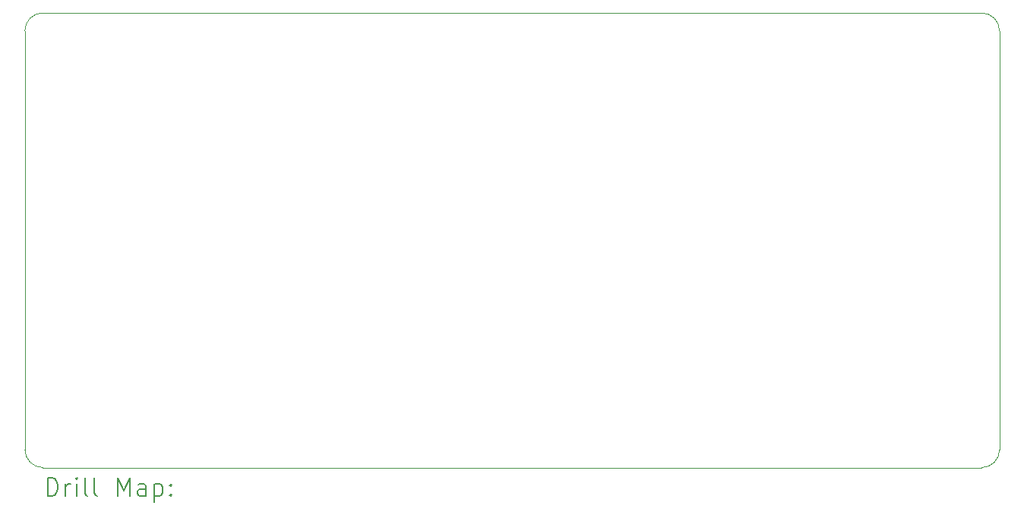
<source format=gbr>
%TF.GenerationSoftware,KiCad,Pcbnew,(6.0.11)*%
%TF.CreationDate,2024-01-03T20:32:55+00:00*%
%TF.ProjectId,LeWiFiModemCase,4c655769-4669-44d6-9f64-656d43617365,rev?*%
%TF.SameCoordinates,Original*%
%TF.FileFunction,Drillmap*%
%TF.FilePolarity,Positive*%
%FSLAX45Y45*%
G04 Gerber Fmt 4.5, Leading zero omitted, Abs format (unit mm)*
G04 Created by KiCad (PCBNEW (6.0.11)) date 2024-01-03 20:32:55*
%MOMM*%
%LPD*%
G01*
G04 APERTURE LIST*
%ADD10C,0.100000*%
%ADD11C,0.200000*%
G04 APERTURE END LIST*
D10*
X9588750Y-10919500D02*
G75*
G03*
X9788750Y-11119500I200000J0D01*
G01*
X9787750Y-6051500D02*
G75*
G03*
X9587750Y-6251500I0J-200000D01*
G01*
X20450750Y-6251500D02*
X20451750Y-10919500D01*
X9588750Y-10919500D02*
X9587750Y-6251500D01*
X20251750Y-11119500D02*
G75*
G03*
X20451750Y-10919500I0J200000D01*
G01*
X9787750Y-6051500D02*
X20250750Y-6051500D01*
X20251750Y-11119500D02*
X9788750Y-11119500D01*
X20450750Y-6251500D02*
G75*
G03*
X20250750Y-6051500I-200000J0D01*
G01*
D11*
X9840369Y-11434976D02*
X9840369Y-11234976D01*
X9887988Y-11234976D01*
X9916560Y-11244500D01*
X9935607Y-11263548D01*
X9945131Y-11282595D01*
X9954655Y-11320690D01*
X9954655Y-11349262D01*
X9945131Y-11387357D01*
X9935607Y-11406405D01*
X9916560Y-11425452D01*
X9887988Y-11434976D01*
X9840369Y-11434976D01*
X10040369Y-11434976D02*
X10040369Y-11301643D01*
X10040369Y-11339738D02*
X10049893Y-11320690D01*
X10059417Y-11311167D01*
X10078464Y-11301643D01*
X10097512Y-11301643D01*
X10164179Y-11434976D02*
X10164179Y-11301643D01*
X10164179Y-11234976D02*
X10154655Y-11244500D01*
X10164179Y-11254024D01*
X10173702Y-11244500D01*
X10164179Y-11234976D01*
X10164179Y-11254024D01*
X10287988Y-11434976D02*
X10268940Y-11425452D01*
X10259417Y-11406405D01*
X10259417Y-11234976D01*
X10392750Y-11434976D02*
X10373702Y-11425452D01*
X10364179Y-11406405D01*
X10364179Y-11234976D01*
X10621321Y-11434976D02*
X10621321Y-11234976D01*
X10687988Y-11377833D01*
X10754655Y-11234976D01*
X10754655Y-11434976D01*
X10935607Y-11434976D02*
X10935607Y-11330214D01*
X10926083Y-11311167D01*
X10907036Y-11301643D01*
X10868940Y-11301643D01*
X10849893Y-11311167D01*
X10935607Y-11425452D02*
X10916560Y-11434976D01*
X10868940Y-11434976D01*
X10849893Y-11425452D01*
X10840369Y-11406405D01*
X10840369Y-11387357D01*
X10849893Y-11368309D01*
X10868940Y-11358786D01*
X10916560Y-11358786D01*
X10935607Y-11349262D01*
X11030845Y-11301643D02*
X11030845Y-11501643D01*
X11030845Y-11311167D02*
X11049893Y-11301643D01*
X11087988Y-11301643D01*
X11107036Y-11311167D01*
X11116560Y-11320690D01*
X11126083Y-11339738D01*
X11126083Y-11396881D01*
X11116560Y-11415928D01*
X11107036Y-11425452D01*
X11087988Y-11434976D01*
X11049893Y-11434976D01*
X11030845Y-11425452D01*
X11211798Y-11415928D02*
X11221321Y-11425452D01*
X11211798Y-11434976D01*
X11202274Y-11425452D01*
X11211798Y-11415928D01*
X11211798Y-11434976D01*
X11211798Y-11311167D02*
X11221321Y-11320690D01*
X11211798Y-11330214D01*
X11202274Y-11320690D01*
X11211798Y-11311167D01*
X11211798Y-11330214D01*
M02*

</source>
